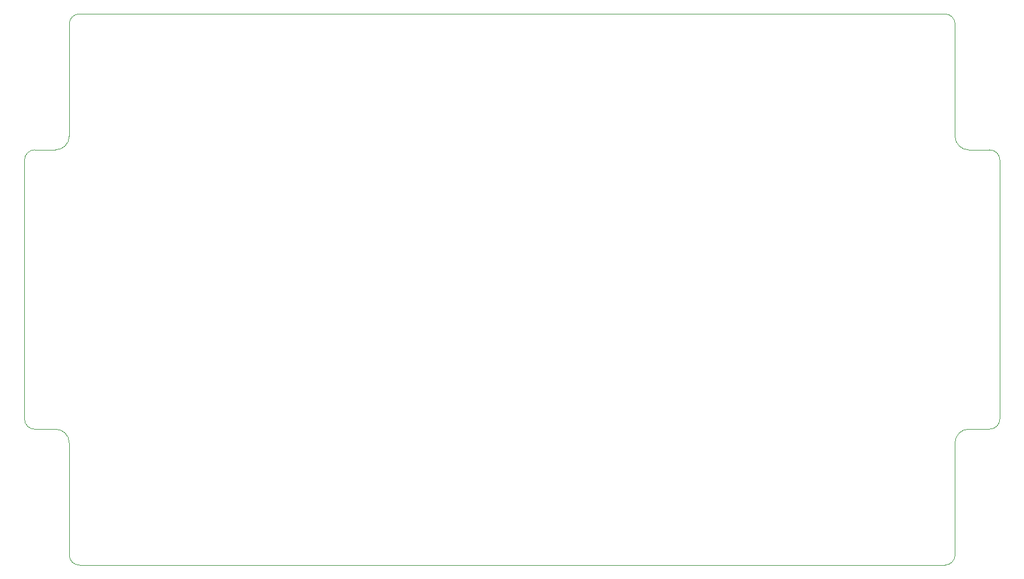
<source format=gbr>
%TF.GenerationSoftware,Altium Limited,Altium Designer,21.3.2 (30)*%
G04 Layer_Color=0*
%FSLAX26Y26*%
%MOIN*%
%TF.SameCoordinates,5CB9DBA1-4DA9-4ED0-9B61-E5D9B39C4D3D*%
%TF.FilePolarity,Positive*%
%TF.FileFunction,Profile,NP*%
%TF.Part,Single*%
G01*
G75*
%TA.AperFunction,Profile*%
%ADD128C,0.001000*%
D128*
X271214Y120093D02*
Y768046D01*
D02*
G03*
X192474Y846786I-78740J0D01*
G01*
X71529D01*
D02*
G02*
X12474Y905841I0J59055D01*
G01*
X12474Y2401904D01*
D02*
G02*
X71529Y2461440I59295J240D01*
G01*
X192474D01*
D02*
G03*
X271214Y2540180I0J78740D01*
G01*
Y3188125D01*
D02*
G02*
X330269Y3247180I59055J0D01*
G01*
X5330270D01*
D02*
G02*
X5389325Y3188125I0J-59055D01*
G01*
Y2540180D01*
D02*
G03*
X5468065Y2461440I78740J0D01*
G01*
X5589010D01*
D02*
G02*
X5648065Y2402385I0J-59055D01*
G01*
X5648065Y905841D01*
D02*
G02*
X5589010Y846786I-59055J0D01*
G01*
X5468065D01*
D02*
G03*
X5389325Y768046I0J-78740D01*
G01*
Y120093D01*
D02*
G02*
X5330270Y61038I-59055J0D01*
G01*
X330270D01*
D02*
G02*
X271214Y120093I0J59055D01*
G01*
%TF.MD5,7133d3a0af287cc7c89fa6bd557aa5f7*%
M02*

</source>
